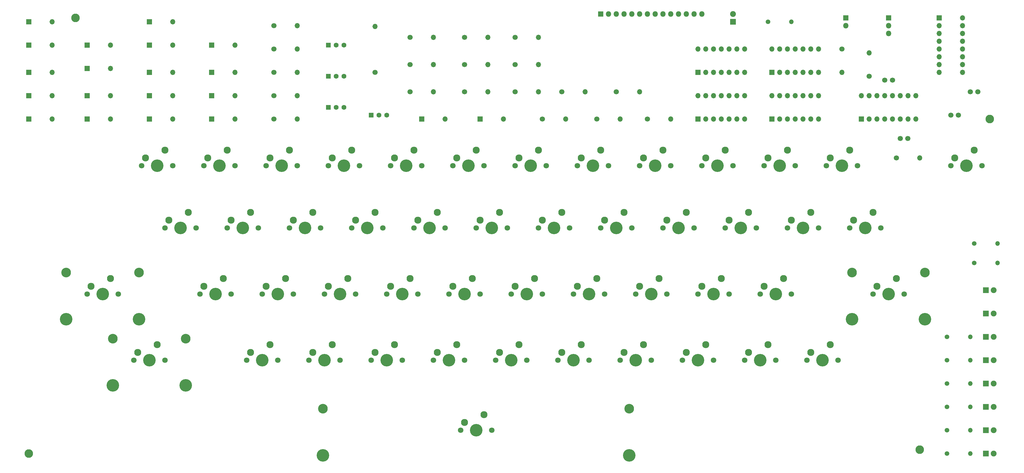
<source format=gbr>
%TF.GenerationSoftware,KiCad,Pcbnew,5.1.6-c6e7f7d~87~ubuntu16.04.1*%
%TF.CreationDate,2021-01-23T12:29:25-05:00*%
%TF.ProjectId,keyboard,6b657962-6f61-4726-942e-6b696361645f,rev?*%
%TF.SameCoordinates,Original*%
%TF.FileFunction,Soldermask,Top*%
%TF.FilePolarity,Negative*%
%FSLAX46Y46*%
G04 Gerber Fmt 4.6, Leading zero omitted, Abs format (unit mm)*
G04 Created by KiCad (PCBNEW 5.1.6-c6e7f7d~87~ubuntu16.04.1) date 2021-01-23 12:29:25*
%MOMM*%
%LPD*%
G01*
G04 APERTURE LIST*
%ADD10C,2.800000*%
%ADD11O,1.700000X1.700000*%
%ADD12R,1.700000X1.700000*%
%ADD13C,1.700000*%
%ADD14R,1.600000X1.600000*%
%ADD15C,1.600000*%
%ADD16O,1.500000X1.500000*%
%ADD17C,1.500000*%
%ADD18O,1.800000X1.800000*%
%ADD19R,1.800000X1.800000*%
%ADD20C,1.900000*%
%ADD21R,1.900000X1.900000*%
%ADD22C,1.800000*%
%ADD23C,4.100000*%
%ADD24C,2.300000*%
%ADD25C,3.150000*%
G04 APERTURE END LIST*
D10*
%TO.C,REF2*%
X317500000Y-36830000D03*
%TD*%
%TO.C,REF4*%
X294640000Y-144780000D03*
%TD*%
%TO.C,REF3*%
X3810000Y-146050000D03*
%TD*%
%TO.C,REF1*%
X19050000Y-3810000D03*
%TD*%
D11*
%TO.C,U5*%
X275590000Y-29210000D03*
X293370000Y-36830000D03*
X278130000Y-29210000D03*
X290830000Y-36830000D03*
X280670000Y-29210000D03*
X288290000Y-36830000D03*
X283210000Y-29210000D03*
X285750000Y-36830000D03*
X285750000Y-29210000D03*
X283210000Y-36830000D03*
X288290000Y-29210000D03*
X280670000Y-36830000D03*
X290830000Y-29210000D03*
X278130000Y-36830000D03*
X293370000Y-29210000D03*
D12*
X275590000Y-36830000D03*
%TD*%
D11*
%TO.C,U4*%
X246380000Y-29210000D03*
X261620000Y-36830000D03*
X248920000Y-29210000D03*
X259080000Y-36830000D03*
X251460000Y-29210000D03*
X256540000Y-36830000D03*
X254000000Y-29210000D03*
X254000000Y-36830000D03*
X256540000Y-29210000D03*
X251460000Y-36830000D03*
X259080000Y-29210000D03*
X248920000Y-36830000D03*
X261620000Y-29210000D03*
D12*
X246380000Y-36830000D03*
%TD*%
D11*
%TO.C,U3*%
X222250000Y-29210000D03*
X237490000Y-36830000D03*
X224790000Y-29210000D03*
X234950000Y-36830000D03*
X227330000Y-29210000D03*
X232410000Y-36830000D03*
X229870000Y-29210000D03*
X229870000Y-36830000D03*
X232410000Y-29210000D03*
X227330000Y-36830000D03*
X234950000Y-29210000D03*
X224790000Y-36830000D03*
X237490000Y-29210000D03*
D12*
X222250000Y-36830000D03*
%TD*%
D11*
%TO.C,U2*%
X246380000Y-13970000D03*
X261620000Y-21590000D03*
X248920000Y-13970000D03*
X259080000Y-21590000D03*
X251460000Y-13970000D03*
X256540000Y-21590000D03*
X254000000Y-13970000D03*
X254000000Y-21590000D03*
X256540000Y-13970000D03*
X251460000Y-21590000D03*
X259080000Y-13970000D03*
X248920000Y-21590000D03*
X261620000Y-13970000D03*
D12*
X246380000Y-21590000D03*
%TD*%
D11*
%TO.C,U1*%
X222250000Y-13970000D03*
X237490000Y-21590000D03*
X224790000Y-13970000D03*
X234950000Y-21590000D03*
X227330000Y-13970000D03*
X232410000Y-21590000D03*
X229870000Y-13970000D03*
X229870000Y-21590000D03*
X232410000Y-13970000D03*
X227330000Y-21590000D03*
X234950000Y-13970000D03*
X224790000Y-21590000D03*
X237490000Y-13970000D03*
D12*
X222250000Y-21590000D03*
%TD*%
D11*
%TO.C,R31*%
X294640000Y-49530000D03*
D13*
X287020000Y-49530000D03*
%TD*%
D11*
%TO.C,R30*%
X278130000Y-15240000D03*
D13*
X278130000Y-22860000D03*
%TD*%
D11*
%TO.C,R17*%
X269240000Y-21590000D03*
D13*
X269240000Y-13970000D03*
%TD*%
D11*
%TO.C,J1*%
X308610000Y-3810000D03*
X300990000Y-21590000D03*
X308610000Y-6350000D03*
X300990000Y-19050000D03*
X308610000Y-8890000D03*
X300990000Y-16510000D03*
X308610000Y-11430000D03*
X300990000Y-13970000D03*
X308610000Y-13970000D03*
X300990000Y-11430000D03*
X308610000Y-16510000D03*
X300990000Y-8890000D03*
X308610000Y-19050000D03*
X300990000Y-6350000D03*
X308610000Y-21590000D03*
D12*
X300990000Y-3810000D03*
%TD*%
D13*
%TO.C,C5*%
X290790000Y-43180000D03*
X288290000Y-43180000D03*
%TD*%
%TO.C,C4*%
X283250000Y-24130000D03*
X285750000Y-24130000D03*
%TD*%
%TO.C,C3*%
X307300000Y-35560000D03*
X304800000Y-35560000D03*
%TD*%
D14*
%TO.C,Q4*%
X115570000Y-35560000D03*
D15*
X120650000Y-35560000D03*
X118110000Y-35560000D03*
%TD*%
D14*
%TO.C,Q3*%
X101600000Y-12700000D03*
D15*
X106680000Y-12700000D03*
X104140000Y-12700000D03*
%TD*%
D14*
%TO.C,Q2*%
X101600000Y-22860000D03*
D15*
X106680000Y-22860000D03*
X104140000Y-22860000D03*
%TD*%
D14*
%TO.C,Q1*%
X101600000Y-33020000D03*
D15*
X106680000Y-33020000D03*
X104140000Y-33020000D03*
%TD*%
D16*
%TO.C,R29*%
X252730000Y-5080000D03*
D17*
X245110000Y-5080000D03*
%TD*%
D16*
%TO.C,R28*%
X320040000Y-77470000D03*
D17*
X312420000Y-77470000D03*
%TD*%
D16*
%TO.C,R27*%
X320040000Y-83820000D03*
D17*
X312420000Y-83820000D03*
%TD*%
D16*
%TO.C,R26*%
X311150000Y-107950000D03*
D17*
X303530000Y-107950000D03*
%TD*%
D16*
%TO.C,R25*%
X311150000Y-115570000D03*
D17*
X303530000Y-115570000D03*
%TD*%
D16*
%TO.C,R24*%
X311150000Y-123190000D03*
D17*
X303530000Y-123190000D03*
%TD*%
D16*
%TO.C,R23*%
X311150000Y-130810000D03*
D17*
X303530000Y-130810000D03*
%TD*%
D16*
%TO.C,R22*%
X311150000Y-138430000D03*
D17*
X303530000Y-138430000D03*
%TD*%
D16*
%TO.C,R21*%
X311150000Y-146050000D03*
D17*
X303530000Y-146050000D03*
%TD*%
D11*
%TO.C,R20*%
X213360000Y-36830000D03*
D13*
X205740000Y-36830000D03*
%TD*%
D11*
%TO.C,R19*%
X203200000Y-27940000D03*
D13*
X195580000Y-27940000D03*
%TD*%
D11*
%TO.C,R18*%
X196850000Y-36830000D03*
D13*
X189230000Y-36830000D03*
%TD*%
D11*
%TO.C,R16*%
X185420000Y-27940000D03*
D13*
X177800000Y-27940000D03*
%TD*%
D11*
%TO.C,R15*%
X179070000Y-36830000D03*
D13*
X171450000Y-36830000D03*
%TD*%
D11*
%TO.C,R14*%
X170180000Y-10160000D03*
D13*
X162560000Y-10160000D03*
%TD*%
D11*
%TO.C,R13*%
X170180000Y-19050000D03*
D13*
X162560000Y-19050000D03*
%TD*%
D11*
%TO.C,R12*%
X170180000Y-27940000D03*
D13*
X162560000Y-27940000D03*
%TD*%
D11*
%TO.C,R11*%
X153670000Y-10160000D03*
D13*
X146050000Y-10160000D03*
%TD*%
D11*
%TO.C,R10*%
X153670000Y-19050000D03*
D13*
X146050000Y-19050000D03*
%TD*%
D11*
%TO.C,R9*%
X153670000Y-27940000D03*
D13*
X146050000Y-27940000D03*
%TD*%
D11*
%TO.C,R8*%
X135890000Y-10160000D03*
D13*
X128270000Y-10160000D03*
%TD*%
D11*
%TO.C,R7*%
X135890000Y-19050000D03*
D13*
X128270000Y-19050000D03*
%TD*%
D11*
%TO.C,R6*%
X135890000Y-27940000D03*
D13*
X128270000Y-27940000D03*
%TD*%
D11*
%TO.C,R5*%
X91440000Y-6350000D03*
D13*
X83820000Y-6350000D03*
%TD*%
D11*
%TO.C,R4*%
X91440000Y-13970000D03*
D13*
X83820000Y-13970000D03*
%TD*%
D11*
%TO.C,R3*%
X91440000Y-21590000D03*
D13*
X83820000Y-21590000D03*
%TD*%
D11*
%TO.C,R2*%
X91440000Y-29210000D03*
D13*
X83820000Y-29210000D03*
%TD*%
D11*
%TO.C,R1*%
X91440000Y-36830000D03*
D13*
X83820000Y-36830000D03*
%TD*%
D18*
%TO.C,JP2*%
X270510000Y-6350000D03*
D19*
X270510000Y-3810000D03*
%TD*%
D18*
%TO.C,J2*%
X223520000Y-2540000D03*
X220980000Y-2540000D03*
X218440000Y-2540000D03*
X215900000Y-2540000D03*
X213360000Y-2540000D03*
X210820000Y-2540000D03*
X208280000Y-2540000D03*
X205740000Y-2540000D03*
X203200000Y-2540000D03*
X200660000Y-2540000D03*
X198120000Y-2540000D03*
X195580000Y-2540000D03*
X193040000Y-2540000D03*
D19*
X190500000Y-2540000D03*
%TD*%
D20*
%TO.C,D29*%
X233680000Y-2540000D03*
D21*
X233680000Y-5080000D03*
%TD*%
D20*
%TO.C,D28*%
X318770000Y-92710000D03*
D21*
X316230000Y-92710000D03*
%TD*%
%TO.C,D27*%
X316230000Y-100330000D03*
D20*
X318770000Y-100330000D03*
%TD*%
%TO.C,D26*%
X318770000Y-107950000D03*
D21*
X316230000Y-107950000D03*
%TD*%
D20*
%TO.C,D25*%
X318770000Y-115570000D03*
D21*
X316230000Y-115570000D03*
%TD*%
D20*
%TO.C,D24*%
X318770000Y-123190000D03*
D21*
X316230000Y-123190000D03*
%TD*%
D20*
%TO.C,D23*%
X318770000Y-130810000D03*
D21*
X316230000Y-130810000D03*
%TD*%
D20*
%TO.C,D22*%
X318770000Y-138430000D03*
D21*
X316230000Y-138430000D03*
%TD*%
D20*
%TO.C,D21*%
X318770000Y-146050000D03*
D21*
X316230000Y-146050000D03*
%TD*%
D22*
%TO.C,SW49*%
X281940000Y-72390000D03*
X271780000Y-72390000D03*
D23*
X276860000Y-72390000D03*
D24*
X273050000Y-69850000D03*
X279400000Y-67310000D03*
%TD*%
D22*
%TO.C,SW48*%
X314960000Y-52070000D03*
X304800000Y-52070000D03*
D23*
X309880000Y-52070000D03*
D24*
X306070000Y-49530000D03*
X312420000Y-46990000D03*
%TD*%
D25*
%TO.C,SW47*%
X39840000Y-86980000D03*
X16040000Y-86980000D03*
D23*
X16040000Y-102220000D03*
X39840000Y-102220000D03*
D22*
X33020000Y-93980000D03*
X22860000Y-93980000D03*
D23*
X27940000Y-93980000D03*
D24*
X24130000Y-91440000D03*
X30480000Y-88900000D03*
%TD*%
D25*
%TO.C,SW46*%
X55080000Y-108570000D03*
X31280000Y-108570000D03*
D23*
X31280000Y-123810000D03*
X55080000Y-123810000D03*
D22*
X48260000Y-115570000D03*
X38100000Y-115570000D03*
D23*
X43180000Y-115570000D03*
D24*
X39370000Y-113030000D03*
X45720000Y-110490000D03*
%TD*%
D25*
%TO.C,SW45*%
X296380000Y-86980000D03*
X272580000Y-86980000D03*
D23*
X272580000Y-102220000D03*
X296380000Y-102220000D03*
D22*
X289560000Y-93980000D03*
X279400000Y-93980000D03*
D23*
X284480000Y-93980000D03*
D24*
X280670000Y-91440000D03*
X287020000Y-88900000D03*
%TD*%
D22*
%TO.C,SW44*%
X267970000Y-115570000D03*
X257810000Y-115570000D03*
D23*
X262890000Y-115570000D03*
D24*
X259080000Y-113030000D03*
X265430000Y-110490000D03*
%TD*%
D22*
%TO.C,SW43*%
X172720000Y-52070000D03*
X162560000Y-52070000D03*
D23*
X167640000Y-52070000D03*
D24*
X163830000Y-49530000D03*
X170180000Y-46990000D03*
%TD*%
D22*
%TO.C,SW42*%
X78740000Y-72390000D03*
X68580000Y-72390000D03*
D23*
X73660000Y-72390000D03*
D24*
X69850000Y-69850000D03*
X76200000Y-67310000D03*
%TD*%
D22*
%TO.C,SW41*%
X220980000Y-72390000D03*
X210820000Y-72390000D03*
D23*
X215900000Y-72390000D03*
D24*
X212090000Y-69850000D03*
X218440000Y-67310000D03*
%TD*%
D22*
%TO.C,SW40*%
X151130000Y-93980000D03*
X140970000Y-93980000D03*
D23*
X146050000Y-93980000D03*
D24*
X142240000Y-91440000D03*
X148590000Y-88900000D03*
%TD*%
D22*
%TO.C,SW39*%
X247650000Y-115570000D03*
X237490000Y-115570000D03*
D23*
X242570000Y-115570000D03*
D24*
X238760000Y-113030000D03*
X245110000Y-110490000D03*
%TD*%
D22*
%TO.C,SW38*%
X152400000Y-52070000D03*
X142240000Y-52070000D03*
D23*
X147320000Y-52070000D03*
D24*
X143510000Y-49530000D03*
X149860000Y-46990000D03*
%TD*%
D22*
%TO.C,SW37*%
X261620000Y-72390000D03*
X251460000Y-72390000D03*
D23*
X256540000Y-72390000D03*
D24*
X252730000Y-69850000D03*
X259080000Y-67310000D03*
%TD*%
D22*
%TO.C,SW36*%
X146050000Y-115570000D03*
X135890000Y-115570000D03*
D23*
X140970000Y-115570000D03*
D24*
X137160000Y-113030000D03*
X143510000Y-110490000D03*
%TD*%
D22*
%TO.C,SW35*%
X186690000Y-115570000D03*
X176530000Y-115570000D03*
D23*
X181610000Y-115570000D03*
D24*
X177800000Y-113030000D03*
X184150000Y-110490000D03*
%TD*%
D22*
%TO.C,SW34*%
X130810000Y-93980000D03*
X120650000Y-93980000D03*
D23*
X125730000Y-93980000D03*
D24*
X121920000Y-91440000D03*
X128270000Y-88900000D03*
%TD*%
D22*
%TO.C,SW33*%
X274320000Y-52070000D03*
X264160000Y-52070000D03*
D23*
X269240000Y-52070000D03*
D24*
X265430000Y-49530000D03*
X271780000Y-46990000D03*
%TD*%
D22*
%TO.C,SW32*%
X132080000Y-52070000D03*
X121920000Y-52070000D03*
D23*
X127000000Y-52070000D03*
D24*
X123190000Y-49530000D03*
X129540000Y-46990000D03*
%TD*%
D22*
%TO.C,SW31*%
X180340000Y-72390000D03*
X170180000Y-72390000D03*
D23*
X175260000Y-72390000D03*
D24*
X171450000Y-69850000D03*
X177800000Y-67310000D03*
%TD*%
D22*
%TO.C,SW30*%
X207010000Y-115570000D03*
X196850000Y-115570000D03*
D23*
X201930000Y-115570000D03*
D24*
X198120000Y-113030000D03*
X204470000Y-110490000D03*
%TD*%
D22*
%TO.C,SW29*%
X99060000Y-72390000D03*
X88900000Y-72390000D03*
D23*
X93980000Y-72390000D03*
D24*
X90170000Y-69850000D03*
X96520000Y-67310000D03*
%TD*%
D22*
%TO.C,SW28*%
X227330000Y-115570000D03*
X217170000Y-115570000D03*
D23*
X222250000Y-115570000D03*
D24*
X218440000Y-113030000D03*
X224790000Y-110490000D03*
%TD*%
D22*
%TO.C,SW27*%
X111760000Y-52070000D03*
X101600000Y-52070000D03*
D23*
X106680000Y-52070000D03*
D24*
X102870000Y-49530000D03*
X109220000Y-46990000D03*
%TD*%
D22*
%TO.C,SW26*%
X139700000Y-72390000D03*
X129540000Y-72390000D03*
D23*
X134620000Y-72390000D03*
D24*
X130810000Y-69850000D03*
X137160000Y-67310000D03*
%TD*%
D22*
%TO.C,SW25*%
X232410000Y-93980000D03*
X222250000Y-93980000D03*
D23*
X227330000Y-93980000D03*
D24*
X223520000Y-91440000D03*
X229870000Y-88900000D03*
%TD*%
D22*
%TO.C,SW24*%
X110490000Y-93980000D03*
X100330000Y-93980000D03*
D23*
X105410000Y-93980000D03*
D24*
X101600000Y-91440000D03*
X107950000Y-88900000D03*
%TD*%
D22*
%TO.C,SW23*%
X252730000Y-93980000D03*
X242570000Y-93980000D03*
D23*
X247650000Y-93980000D03*
D24*
X243840000Y-91440000D03*
X250190000Y-88900000D03*
%TD*%
D22*
%TO.C,SW22*%
X91440000Y-52070000D03*
X81280000Y-52070000D03*
D23*
X86360000Y-52070000D03*
D24*
X82550000Y-49530000D03*
X88900000Y-46990000D03*
%TD*%
D22*
%TO.C,SW21*%
X90170000Y-93980000D03*
X80010000Y-93980000D03*
D23*
X85090000Y-93980000D03*
D24*
X81280000Y-91440000D03*
X87630000Y-88900000D03*
%TD*%
D22*
%TO.C,SW20*%
X212090000Y-93980000D03*
X201930000Y-93980000D03*
D23*
X207010000Y-93980000D03*
D24*
X203200000Y-91440000D03*
X209550000Y-88900000D03*
%TD*%
D22*
%TO.C,SW19*%
X125730000Y-115570000D03*
X115570000Y-115570000D03*
D23*
X120650000Y-115570000D03*
D24*
X116840000Y-113030000D03*
X123190000Y-110490000D03*
%TD*%
D22*
%TO.C,SW18*%
X254000000Y-52070000D03*
X243840000Y-52070000D03*
D23*
X248920000Y-52070000D03*
D24*
X245110000Y-49530000D03*
X251460000Y-46990000D03*
%TD*%
D22*
%TO.C,SW17*%
X71120000Y-52070000D03*
X60960000Y-52070000D03*
D23*
X66040000Y-52070000D03*
D24*
X62230000Y-49530000D03*
X68580000Y-46990000D03*
%TD*%
D22*
%TO.C,SW16*%
X85090000Y-115570000D03*
X74930000Y-115570000D03*
D23*
X80010000Y-115570000D03*
D24*
X76200000Y-113030000D03*
X82550000Y-110490000D03*
%TD*%
D22*
%TO.C,SW15*%
X119380000Y-72390000D03*
X109220000Y-72390000D03*
D23*
X114300000Y-72390000D03*
D24*
X110490000Y-69850000D03*
X116840000Y-67310000D03*
%TD*%
D22*
%TO.C,SW14*%
X191770000Y-93980000D03*
X181610000Y-93980000D03*
D23*
X186690000Y-93980000D03*
D24*
X182880000Y-91440000D03*
X189230000Y-88900000D03*
%TD*%
D22*
%TO.C,SW13*%
X166370000Y-115570000D03*
X156210000Y-115570000D03*
D23*
X161290000Y-115570000D03*
D24*
X157480000Y-113030000D03*
X163830000Y-110490000D03*
%TD*%
D22*
%TO.C,SW12*%
X213360000Y-52070000D03*
X203200000Y-52070000D03*
D23*
X208280000Y-52070000D03*
D24*
X204470000Y-49530000D03*
X210820000Y-46990000D03*
%TD*%
D22*
%TO.C,SW11*%
X50800000Y-52070000D03*
X40640000Y-52070000D03*
D23*
X45720000Y-52070000D03*
D24*
X41910000Y-49530000D03*
X48260000Y-46990000D03*
%TD*%
D22*
%TO.C,SW10*%
X160020000Y-72390000D03*
X149860000Y-72390000D03*
D23*
X154940000Y-72390000D03*
D24*
X151130000Y-69850000D03*
X157480000Y-67310000D03*
%TD*%
D22*
%TO.C,SW9*%
X58420000Y-72390000D03*
X48260000Y-72390000D03*
D23*
X53340000Y-72390000D03*
D24*
X49530000Y-69850000D03*
X55880000Y-67310000D03*
%TD*%
D22*
%TO.C,SW8*%
X200660000Y-72390000D03*
X190500000Y-72390000D03*
D23*
X195580000Y-72390000D03*
D24*
X191770000Y-69850000D03*
X198120000Y-67310000D03*
%TD*%
D22*
%TO.C,SW7*%
X69850000Y-93980000D03*
X59690000Y-93980000D03*
D23*
X64770000Y-93980000D03*
D24*
X60960000Y-91440000D03*
X67310000Y-88900000D03*
%TD*%
D22*
%TO.C,SW6*%
X193040000Y-52070000D03*
X182880000Y-52070000D03*
D23*
X187960000Y-52070000D03*
D24*
X184150000Y-49530000D03*
X190500000Y-46990000D03*
%TD*%
D22*
%TO.C,SW5*%
X233680000Y-52070000D03*
X223520000Y-52070000D03*
D23*
X228600000Y-52070000D03*
D24*
X224790000Y-49530000D03*
X231140000Y-46990000D03*
%TD*%
D22*
%TO.C,SW4*%
X105410000Y-115570000D03*
X95250000Y-115570000D03*
D23*
X100330000Y-115570000D03*
D24*
X96520000Y-113030000D03*
X102870000Y-110490000D03*
%TD*%
D22*
%TO.C,SW3*%
X241300000Y-72390000D03*
X231140000Y-72390000D03*
D23*
X236220000Y-72390000D03*
D24*
X232410000Y-69850000D03*
X238760000Y-67310000D03*
%TD*%
D22*
%TO.C,SW2*%
X171450000Y-93980000D03*
X161290000Y-93980000D03*
D23*
X166370000Y-93980000D03*
D24*
X162560000Y-91440000D03*
X168910000Y-88900000D03*
%TD*%
D25*
%TO.C,SW1*%
X199860000Y-131430000D03*
X99860000Y-131430000D03*
D23*
X99860000Y-146670000D03*
X199860000Y-146670000D03*
D22*
X154940000Y-138430000D03*
X144780000Y-138430000D03*
D23*
X149860000Y-138430000D03*
D24*
X146050000Y-135890000D03*
X152400000Y-133350000D03*
%TD*%
D18*
%TO.C,JP1*%
X284480000Y-8890000D03*
X284480000Y-6350000D03*
D19*
X284480000Y-3810000D03*
%TD*%
D11*
%TO.C,D20*%
X71120000Y-12700000D03*
D12*
X63500000Y-12700000D03*
%TD*%
D11*
%TO.C,D19*%
X71120000Y-21590000D03*
D12*
X63500000Y-21590000D03*
%TD*%
D11*
%TO.C,D18*%
X71120000Y-29210000D03*
D12*
X63500000Y-29210000D03*
%TD*%
D11*
%TO.C,D17*%
X71120000Y-36830000D03*
D12*
X63500000Y-36830000D03*
%TD*%
D11*
%TO.C,D16*%
X50800000Y-5080000D03*
D12*
X43180000Y-5080000D03*
%TD*%
D11*
%TO.C,D15*%
X50800000Y-12700000D03*
D12*
X43180000Y-12700000D03*
%TD*%
D11*
%TO.C,D14*%
X50800000Y-21590000D03*
D12*
X43180000Y-21590000D03*
%TD*%
D11*
%TO.C,D13*%
X50800000Y-29210000D03*
D12*
X43180000Y-29210000D03*
%TD*%
D11*
%TO.C,D12*%
X50800000Y-36830000D03*
D12*
X43180000Y-36830000D03*
%TD*%
D11*
%TO.C,D11*%
X30480000Y-12700000D03*
D12*
X22860000Y-12700000D03*
%TD*%
D11*
%TO.C,D10*%
X30480000Y-20320000D03*
D12*
X22860000Y-20320000D03*
%TD*%
D11*
%TO.C,D9*%
X30480000Y-29210000D03*
D12*
X22860000Y-29210000D03*
%TD*%
D11*
%TO.C,D8*%
X30480000Y-36830000D03*
D12*
X22860000Y-36830000D03*
%TD*%
D11*
%TO.C,D7*%
X11430000Y-5080000D03*
D12*
X3810000Y-5080000D03*
%TD*%
D11*
%TO.C,D6*%
X11430000Y-12700000D03*
D12*
X3810000Y-12700000D03*
%TD*%
D11*
%TO.C,D5*%
X11430000Y-21590000D03*
D12*
X3810000Y-21590000D03*
%TD*%
D11*
%TO.C,D4*%
X11430000Y-29210000D03*
D12*
X3810000Y-29210000D03*
%TD*%
D11*
%TO.C,D3*%
X11430000Y-36830000D03*
D12*
X3810000Y-36830000D03*
%TD*%
D11*
%TO.C,D2*%
X158750000Y-36830000D03*
D12*
X151130000Y-36830000D03*
%TD*%
D11*
%TO.C,D1*%
X139700000Y-36830000D03*
D12*
X132080000Y-36830000D03*
%TD*%
D11*
%TO.C,C2*%
X116840000Y-6590000D03*
D13*
X116840000Y-21590000D03*
%TD*%
%TO.C,C1*%
X313650000Y-27940000D03*
X311150000Y-27940000D03*
%TD*%
M02*

</source>
